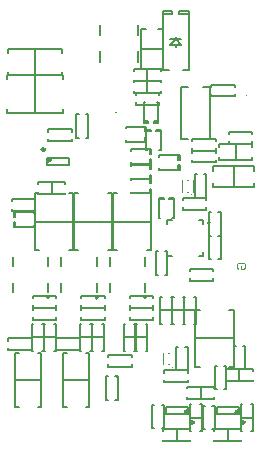
<source format=gbo>
G04*
G04 #@! TF.GenerationSoftware,Altium Limited,Altium Designer,25.0.2 (28)*
G04*
G04 Layer_Color=32896*
%FSLAX44Y44*%
%MOMM*%
G71*
G04*
G04 #@! TF.SameCoordinates,503A90CA-BBE8-423F-B6A3-9968D9645D90*
G04*
G04*
G04 #@! TF.FilePolarity,Positive*
G04*
G01*
G75*
%ADD10C,0.2000*%
%ADD11C,0.1500*%
%ADD12C,0.1000*%
%ADD13C,0.1270*%
%ADD14C,0.1200*%
%ADD123C,0.1100*%
%ADD124C,0.2500*%
%ADD125C,0.2100*%
%ADD126C,0.0800*%
G36*
X38000Y247204D02*
X37391Y245734D01*
X36266Y244609D01*
X34796Y244000D01*
X34000D01*
X34000Y248000D01*
X38000D01*
Y247204D01*
D02*
G37*
G36*
X197000Y31000D02*
X193000D01*
Y31796D01*
X193609Y33266D01*
X194734Y34391D01*
X196204Y35000D01*
X197000D01*
X197000Y31000D01*
D02*
G37*
G36*
X154000D02*
X150000D01*
Y31796D01*
X150609Y33266D01*
X151734Y34391D01*
X153204Y35000D01*
X154000D01*
X154000Y31000D01*
D02*
G37*
D10*
X34398Y244020D02*
G03*
X38000Y248000I-398J3980D01*
G01*
X153602Y34980D02*
G03*
X150000Y31000I398J-3980D01*
G01*
X196602Y34980D02*
G03*
X193000Y31000I398J-3980D01*
G01*
X36000Y129550D02*
G03*
X36000Y129550I-1000J0D01*
G01*
X77000D02*
G03*
X77000Y129550I-1000J0D01*
G01*
X118000D02*
G03*
X118000Y129550I-1000J0D01*
G01*
X24000Y318000D02*
Y340000D01*
X47000Y318000D02*
Y321000D01*
X1000Y318000D02*
X47000D01*
X1000D02*
Y321000D01*
Y337000D02*
Y340000D01*
X47000D01*
Y337000D02*
Y340000D01*
X48000Y83000D02*
X51000D01*
X48000Y37000D02*
Y83000D01*
Y37000D02*
X51000D01*
X67000D02*
X70000D01*
Y83000D01*
X67000D02*
X70000D01*
X48000Y60000D02*
X70000D01*
X7000Y83000D02*
X10000D01*
X7000Y37000D02*
Y83000D01*
Y37000D02*
X10000D01*
X26000D02*
X29000D01*
Y83000D01*
X26000D02*
X29000D01*
X7000Y60000D02*
X29000D01*
X166250Y307782D02*
X172250D01*
X166250Y264000D02*
X172250D01*
Y307782D01*
X147750Y264000D02*
X153750D01*
X147750D02*
Y307782D01*
X153750D01*
X146000Y371940D02*
X154000D01*
X146000Y370000D02*
Y371940D01*
X154000Y322000D02*
Y371940D01*
X149000Y322000D02*
X154000D01*
X143000Y348250D02*
Y350250D01*
X138500Y348250D02*
X147500D01*
X143000D02*
X147536Y343714D01*
X138464D02*
X143000Y348250D01*
X138464Y343714D02*
X147536D01*
X142964Y341714D02*
Y343714D01*
X146000Y370000D02*
X154000D01*
X132000D02*
X140000D01*
X132000Y322000D02*
X137000D01*
X132000D02*
Y371940D01*
X140000Y370000D02*
Y371940D01*
X132000D02*
X140000D01*
X34398Y242000D02*
Y248000D01*
X53000Y242000D02*
Y248000D01*
X34398D02*
X53000D01*
X34398Y242000D02*
X53000D01*
X153602Y31000D02*
Y37000D01*
X135000Y31000D02*
Y37000D01*
Y31000D02*
X153602D01*
X135000Y37000D02*
X153602D01*
X196602Y31000D02*
Y37000D01*
X178000Y31000D02*
Y37000D01*
Y31000D02*
X196602D01*
X178000Y37000D02*
X196602D01*
D11*
X92600Y286500D02*
G03*
X92600Y286500I-600J0D01*
G01*
X93600Y62500D02*
G03*
X93600Y62500I-600J0D01*
G01*
X1000Y93000D02*
Y95000D01*
X21000D01*
Y93000D02*
Y95000D01*
Y85000D02*
Y87000D01*
X1000Y85000D02*
X21000D01*
X1000D02*
Y87000D01*
X42000Y85000D02*
Y87000D01*
Y85000D02*
X62000D01*
Y87000D01*
Y93000D02*
Y95000D01*
X42000D02*
X62000D01*
X42000Y93000D02*
Y95000D01*
X114000Y340000D02*
X132000D01*
X128000Y357000D02*
X132000D01*
Y323000D02*
Y357000D01*
X128000Y323000D02*
X132000D01*
X114000D02*
X118000D01*
X114000D02*
Y357000D01*
X118000D01*
X192000Y223000D02*
Y241000D01*
X209000Y223000D02*
Y227000D01*
X175000Y223000D02*
X209000D01*
X175000D02*
Y227000D01*
Y237000D02*
Y241000D01*
X209000D01*
Y237000D02*
Y241000D01*
X188000Y260000D02*
Y262000D01*
Y260000D02*
X208000D01*
Y262000D01*
Y268000D02*
Y270000D01*
X188000D02*
X208000D01*
X188000Y268000D02*
Y270000D01*
X180000Y257000D02*
Y260000D01*
X208000D01*
Y257000D02*
Y260000D01*
Y246000D02*
Y249000D01*
X180000Y246000D02*
X208000D01*
X180000D02*
Y249000D01*
X194000Y246000D02*
Y260000D01*
X24000Y285750D02*
Y318250D01*
X47750Y285750D02*
Y289500D01*
X250Y285750D02*
X47750D01*
X250D02*
Y289500D01*
Y314500D02*
Y318250D01*
X47750D01*
Y314500D02*
Y318250D01*
X5750Y198250D02*
Y202250D01*
X7000Y198250D02*
Y202250D01*
X23000D01*
Y201000D02*
Y202250D01*
X5750Y189750D02*
X7000D01*
X5750Y193750D02*
X7000D01*
X5750Y189750D02*
Y193750D01*
X7000Y189750D02*
Y193750D01*
Y189750D02*
X23000D01*
Y191000D01*
X5750Y202250D02*
X7000D01*
X5750Y198250D02*
X7000D01*
X49430Y216920D02*
Y218190D01*
X26570Y216920D02*
X49430D01*
X26570D02*
Y218190D01*
Y225810D02*
Y227080D01*
X49430D01*
Y225810D02*
Y227080D01*
X38000Y216920D02*
Y227080D01*
X4000Y211000D02*
Y213000D01*
X24000D01*
Y211000D02*
Y213000D01*
Y203000D02*
Y205000D01*
X4000Y203000D02*
X24000D01*
X4000D02*
Y205000D01*
X185570Y67810D02*
Y69080D01*
X208430D01*
Y67810D02*
Y69080D01*
Y58920D02*
Y60190D01*
X185570Y58920D02*
X208430D01*
X185570D02*
Y60190D01*
X197000Y58920D02*
Y69080D01*
X152570Y52810D02*
Y54080D01*
X175430D01*
Y52810D02*
Y54080D01*
Y43920D02*
Y45190D01*
X152570Y43920D02*
X175430D01*
X152570D02*
Y45190D01*
X164000Y43920D02*
Y54080D01*
X192000Y69000D02*
X194000D01*
X192000D02*
Y89000D01*
X194000D01*
X200000D02*
X202000D01*
Y69000D02*
Y89000D01*
X200000Y69000D02*
X202000D01*
X176000Y52000D02*
X178000D01*
X176000D02*
Y72000D01*
X178000D01*
X184000D02*
X186000D01*
Y52000D02*
Y72000D01*
X184000Y52000D02*
X186000D01*
X55000Y262000D02*
Y264000D01*
X35000Y262000D02*
X55000D01*
X35000D02*
Y264000D01*
Y270000D02*
Y272000D01*
X55000D01*
Y270000D02*
Y272000D01*
X130430Y312920D02*
Y314190D01*
X107570Y312920D02*
X130430D01*
X107570D02*
Y314190D01*
Y321810D02*
Y323080D01*
X130430D01*
Y321810D02*
Y323080D01*
X119000Y312920D02*
Y323080D01*
X130430Y302920D02*
Y304190D01*
X107570Y302920D02*
X130430D01*
X107570D02*
Y304190D01*
Y311810D02*
Y313080D01*
X130430D01*
Y311810D02*
Y313080D01*
X119000Y302920D02*
Y313080D01*
X109000Y301000D02*
Y303000D01*
X129000D01*
Y301000D02*
Y303000D01*
Y293000D02*
Y295000D01*
X109000Y293000D02*
X129000D01*
X109000D02*
Y295000D01*
X146250Y237750D02*
Y241750D01*
X145000Y237750D02*
Y241750D01*
X129000Y237750D02*
X145000D01*
X129000D02*
Y239000D01*
X145000Y250250D02*
X146250D01*
X145000Y246250D02*
X146250D01*
Y250250D01*
X145000Y246250D02*
Y250250D01*
X129000D02*
X145000D01*
X129000Y249000D02*
Y250250D01*
X145000Y237750D02*
X146250D01*
X145000Y241750D02*
X146250D01*
X122250Y229750D02*
Y233750D01*
X121000Y229750D02*
Y233750D01*
X105000Y229750D02*
X121000D01*
X105000D02*
Y231000D01*
X121000Y242250D02*
X122250D01*
X121000Y238250D02*
X122250D01*
Y242250D01*
X121000Y238250D02*
Y242250D01*
X105000D02*
X121000D01*
X105000Y241000D02*
Y242250D01*
X121000Y229750D02*
X122250D01*
X121000Y233750D02*
X122250D01*
Y242750D02*
Y246750D01*
X121000Y242750D02*
Y246750D01*
X105000Y242750D02*
X121000D01*
X105000D02*
Y244000D01*
X121000Y255250D02*
X122250D01*
X121000Y251250D02*
X122250D01*
Y255250D01*
X121000Y251250D02*
Y255250D01*
X105000D02*
X121000D01*
X105000Y254000D02*
Y255250D01*
X121000Y242750D02*
X122250D01*
X121000Y246750D02*
X122250D01*
Y217750D02*
Y221750D01*
X121000Y217750D02*
Y221750D01*
X105000Y217750D02*
X121000D01*
X105000D02*
Y219000D01*
X121000Y230250D02*
X122250D01*
X121000Y226250D02*
X122250D01*
Y230250D01*
X121000Y226250D02*
Y230250D01*
X105000D02*
X121000D01*
X105000Y229000D02*
Y230250D01*
X121000Y217750D02*
X122250D01*
X121000Y221750D02*
X122250D01*
X126250Y271750D02*
X130250D01*
X126250Y270500D02*
X130250D01*
Y254500D02*
Y270500D01*
X129000Y254500D02*
X130250D01*
X117750Y270500D02*
Y271750D01*
X121750Y270500D02*
Y271750D01*
X117750D02*
X121750D01*
X117750Y270500D02*
X121750D01*
X117750Y254500D02*
Y270500D01*
Y254500D02*
X119000D01*
X130250Y270500D02*
Y271750D01*
X126250Y270500D02*
Y271750D01*
X118250Y261750D02*
Y265750D01*
X117000Y261750D02*
Y265750D01*
X101000Y261750D02*
X117000D01*
X101000D02*
Y263000D01*
X117000Y274250D02*
X118250D01*
X117000Y270250D02*
X118250D01*
Y274250D01*
X117000Y270250D02*
Y274250D01*
X101000D02*
X117000D01*
X101000Y273000D02*
Y274250D01*
X117000Y261750D02*
X118250D01*
X117000Y265750D02*
X118250D01*
X115750Y277750D02*
X119750D01*
X115750Y279000D02*
X119750D01*
X115750D02*
Y295000D01*
X117000D01*
X128250Y277750D02*
Y279000D01*
X124250Y277750D02*
Y279000D01*
Y277750D02*
X128250D01*
X124250Y279000D02*
X128250D01*
Y295000D01*
X127000D02*
X128250D01*
X115750Y277750D02*
Y279000D01*
X119750Y277750D02*
Y279000D01*
X137250Y214250D02*
X141250D01*
X137250Y213000D02*
X141250D01*
Y197000D02*
Y213000D01*
X140000Y197000D02*
X141250D01*
X128750Y213000D02*
Y214250D01*
X132750Y213000D02*
Y214250D01*
X128750D02*
X132750D01*
X128750Y213000D02*
X132750D01*
X128750Y197000D02*
Y213000D01*
Y197000D02*
X130000D01*
X141250Y213000D02*
Y214250D01*
X137250Y213000D02*
Y214250D01*
X56750Y194000D02*
X89250D01*
X85500Y217750D02*
X89250D01*
Y170250D02*
Y217750D01*
X85500Y170250D02*
X89250D01*
X56750D02*
X60500D01*
X56750D02*
Y217750D01*
X60500D01*
X23750Y194000D02*
X56250D01*
X52500Y217750D02*
X56250D01*
Y170250D02*
Y217750D01*
X52500Y170250D02*
X56250D01*
X23750D02*
X27500D01*
X23750D02*
Y217750D01*
X27500D01*
X89750Y194000D02*
X122250D01*
X118500Y217750D02*
X122250D01*
Y170250D02*
Y217750D01*
X118500Y170250D02*
X122250D01*
X89750D02*
X93500D01*
X89750D02*
Y217750D01*
X93500D01*
X134000Y169000D02*
X136000D01*
Y149000D02*
Y169000D01*
X134000Y149000D02*
X136000D01*
X126000D02*
X128000D01*
X126000D02*
Y169000D01*
X128000D01*
X175000Y144000D02*
Y146000D01*
X155000Y144000D02*
X175000D01*
X155000D02*
Y146000D01*
Y152000D02*
Y154000D01*
X175000D01*
Y152000D02*
Y154000D01*
X171000Y162000D02*
X173000D01*
X171000D02*
Y182000D01*
X173000D01*
X179000D02*
X181000D01*
Y162000D02*
Y182000D01*
X179000Y162000D02*
X181000D01*
X179000Y202000D02*
X181000D01*
Y182000D02*
Y202000D01*
X179000Y182000D02*
X181000D01*
X171000D02*
X173000D01*
X171000D02*
Y202000D01*
X173000D01*
X159750Y95000D02*
X192250D01*
X159750Y71250D02*
X163500D01*
X159750D02*
Y118750D01*
X163500D01*
X188500D02*
X192250D01*
Y71250D02*
Y118750D01*
X188500Y71250D02*
X192250D01*
X153000Y58000D02*
Y60000D01*
X133000Y58000D02*
X153000D01*
X133000D02*
Y60000D01*
Y66000D02*
Y68000D01*
X153000D01*
Y66000D02*
Y68000D01*
X143000D02*
X145000D01*
X143000D02*
Y88000D01*
X145000D01*
X151000D02*
X153000D01*
Y68000D02*
Y88000D01*
X151000Y68000D02*
X153000D01*
X138810Y130430D02*
X140080D01*
Y107570D02*
Y130430D01*
X138810Y107570D02*
X140080D01*
X129920D02*
X131190D01*
X129920D02*
Y130430D01*
X131190D01*
X129920Y119000D02*
X140080D01*
X158810Y130430D02*
X160080D01*
Y107570D02*
Y130430D01*
X158810Y107570D02*
X160080D01*
X149920D02*
X151190D01*
X149920D02*
Y130430D01*
X151190D01*
X149920Y119000D02*
X160080D01*
X148810Y130430D02*
X150080D01*
Y107570D02*
Y130430D01*
X148810Y107570D02*
X150080D01*
X139920D02*
X141190D01*
X139920D02*
Y130430D01*
X141190D01*
X139920Y119000D02*
X150080D01*
X84000Y63000D02*
X86000D01*
X84000Y43000D02*
Y63000D01*
Y43000D02*
X86000D01*
X92000D02*
X94000D01*
Y63000D01*
X92000D02*
X94000D01*
X177000Y244000D02*
Y246000D01*
X157000Y244000D02*
X177000D01*
X157000D02*
Y246000D01*
Y252000D02*
Y254000D01*
X177000D01*
Y252000D02*
Y254000D01*
Y256000D01*
X157000Y254000D02*
X177000D01*
X157000D02*
Y256000D01*
Y262000D02*
Y264000D01*
X177000D01*
Y262000D02*
Y264000D01*
X193000Y300000D02*
Y302000D01*
X173000Y300000D02*
X193000D01*
X173000D02*
Y302000D01*
Y308000D02*
Y310000D01*
X193000D01*
Y308000D02*
Y310000D01*
X169000Y204000D02*
Y206000D01*
X149000Y204000D02*
X169000D01*
X149000D02*
Y206000D01*
Y212000D02*
Y214000D01*
X169000D01*
Y212000D02*
Y214000D01*
X159000D02*
X161000D01*
X159000D02*
Y234000D01*
X161000D01*
X167000D02*
X169000D01*
Y214000D02*
Y234000D01*
X167000Y214000D02*
X169000D01*
X131000Y19000D02*
X133000D01*
Y39000D01*
X131000D02*
X133000D01*
X123000D02*
X125000D01*
X123000Y19000D02*
Y39000D01*
Y19000D02*
X125000D01*
X163810Y39430D02*
X165080D01*
Y16570D02*
Y39430D01*
X163810Y16570D02*
X165080D01*
X154920D02*
X156190D01*
X154920D02*
Y39430D01*
X156190D01*
X154920Y28000D02*
X165080D01*
X206810Y39430D02*
X208080D01*
Y16570D02*
Y39430D01*
X206810Y16570D02*
X208080D01*
X197920D02*
X199190D01*
X197920D02*
Y39430D01*
X199190D01*
X197920Y28000D02*
X208080D01*
X166000Y18000D02*
X168000D01*
X166000D02*
Y38000D01*
X168000D01*
X174000D02*
X176000D01*
Y18000D02*
Y38000D01*
X174000Y18000D02*
X176000D01*
X59000Y265000D02*
X61000D01*
X59000D02*
Y285000D01*
X61000D01*
X67000D02*
X69000D01*
Y265000D02*
Y285000D01*
X67000Y265000D02*
X69000D01*
X63000Y119000D02*
Y121000D01*
X83000D01*
Y119000D02*
Y121000D01*
Y111000D02*
Y113000D01*
X63000Y111000D02*
X83000D01*
X63000D02*
Y113000D01*
Y129000D02*
Y131000D01*
X83000D01*
Y129000D02*
Y131000D01*
Y121000D02*
Y123000D01*
X63000Y121000D02*
X83000D01*
X63000D02*
Y123000D01*
X22000Y119000D02*
Y121000D01*
X42000D01*
Y119000D02*
Y121000D01*
Y111000D02*
Y113000D01*
X22000Y111000D02*
X42000D01*
X22000D02*
Y113000D01*
X104000Y119000D02*
Y121000D01*
X124000D01*
Y119000D02*
Y121000D01*
Y111000D02*
Y113000D01*
X104000Y111000D02*
X124000D01*
X104000D02*
Y113000D01*
X22000Y129000D02*
Y131000D01*
X42000D01*
Y129000D02*
Y131000D01*
Y121000D02*
Y123000D01*
X22000Y121000D02*
X42000D01*
X22000D02*
Y123000D01*
X104000Y129000D02*
Y131000D01*
X124000D01*
Y129000D02*
Y131000D01*
Y121000D02*
Y123000D01*
X104000Y121000D02*
X124000D01*
X104000D02*
Y123000D01*
X86000Y79000D02*
Y81000D01*
X106000D01*
Y79000D02*
Y81000D01*
Y71000D02*
Y73000D01*
X86000Y71000D02*
X106000D01*
X86000D02*
Y73000D01*
X98920Y84570D02*
X100190D01*
X98920D02*
Y107430D01*
X100190D01*
X107810D02*
X109080D01*
Y84570D02*
Y107430D01*
X107810Y84570D02*
X109080D01*
X98920Y96000D02*
X109080D01*
X71920Y84570D02*
X73190D01*
X71920D02*
Y107430D01*
X73190D01*
X80810D02*
X82080D01*
Y84570D02*
Y107430D01*
X80810Y84570D02*
X82080D01*
X71920Y96000D02*
X82080D01*
X61920Y84570D02*
X63190D01*
X61920D02*
Y107430D01*
X63190D01*
X70810D02*
X72080D01*
Y84570D02*
Y107430D01*
X70810Y84570D02*
X72080D01*
X61920Y96000D02*
X72080D01*
X108920Y84570D02*
X110190D01*
X108920D02*
Y107430D01*
X110190D01*
X117810D02*
X119080D01*
Y84570D02*
Y107430D01*
X117810Y84570D02*
X119080D01*
X108920Y96000D02*
X119080D01*
X31113Y84610D02*
X32383D01*
X31113D02*
Y107470D01*
X32383D01*
X40003D02*
X41273D01*
Y84610D02*
Y107470D01*
X40003Y84610D02*
X41273D01*
X31113Y96040D02*
X41273D01*
X21113Y84610D02*
X22383D01*
X21113D02*
Y107470D01*
X22383D01*
X30003D02*
X31273D01*
Y84610D02*
Y107470D01*
X30003Y84610D02*
X31273D01*
X21113Y96040D02*
X31273D01*
X198430Y7920D02*
Y9190D01*
X175570Y7920D02*
X198430D01*
X175570D02*
Y9190D01*
Y16810D02*
Y18080D01*
X198430D01*
Y16810D02*
Y18080D01*
X187000Y7920D02*
Y18080D01*
X155430Y7920D02*
Y9190D01*
X132570Y7920D02*
X155430D01*
X132570D02*
Y9190D01*
Y16810D02*
Y18080D01*
X155430D01*
Y16810D02*
Y18080D01*
X144000Y7920D02*
Y18080D01*
D12*
X140350Y70500D02*
G03*
X140350Y70500I-350J0D01*
G01*
X156350Y216500D02*
G03*
X156350Y216500I-350J0D01*
G01*
D13*
X110750Y329250D02*
Y338000D01*
Y352000D02*
Y360750D01*
X79250Y352000D02*
Y360750D01*
Y329250D02*
Y338000D01*
X166000Y191500D02*
Y195000D01*
Y165000D02*
Y168500D01*
X136000Y191500D02*
Y195000D01*
Y165000D02*
Y168500D01*
X162500Y195000D02*
X166000D01*
X162500Y165000D02*
X166000D01*
X136000Y195000D02*
X139500D01*
X136000Y165000D02*
X139500D01*
X35000Y134000D02*
Y142050D01*
X5000Y134000D02*
Y142050D01*
X35000Y155950D02*
Y164000D01*
X5000Y155950D02*
Y164000D01*
X76000Y134000D02*
Y142050D01*
X46000Y134000D02*
Y142050D01*
X76000Y155950D02*
Y164000D01*
X46000Y155950D02*
Y164000D01*
X117000Y134000D02*
Y142050D01*
X87000Y134000D02*
Y142050D01*
X117000Y155950D02*
Y164000D01*
X87000Y155950D02*
Y164000D01*
D14*
X195968Y154135D02*
X194802Y155301D01*
Y157634D01*
X195968Y158800D01*
X200634D01*
X201800Y157634D01*
Y155301D01*
X200634Y154135D01*
X198301D01*
Y156467D01*
D123*
X203550Y301000D02*
G03*
X203550Y301000I-550J0D01*
G01*
D124*
X32250Y255000D02*
G03*
X32250Y255000I-1250J0D01*
G01*
X158250Y24000D02*
G03*
X158250Y24000I-1250J0D01*
G01*
X201250D02*
G03*
X201250Y24000I-1250J0D01*
G01*
D125*
X172000Y193000D02*
G03*
X172000Y193000I-1000J0D01*
G01*
D126*
X136500Y83000D02*
X137500D01*
X142000Y73000D02*
Y83000D01*
X132000Y73000D02*
Y83000D01*
X136500Y73000D02*
X137500D01*
X152500Y229000D02*
X153500D01*
X158000Y219000D02*
Y229000D01*
X148000Y219000D02*
Y229000D01*
X152500Y219000D02*
X153500D01*
M02*

</source>
